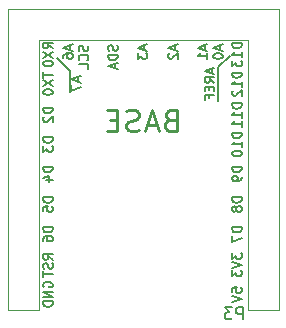
<source format=gbr>
G04 #@! TF.FileFunction,Legend,Bot*
%FSLAX46Y46*%
G04 Gerber Fmt 4.6, Leading zero omitted, Abs format (unit mm)*
G04 Created by KiCad (PCBNEW 4.0.6) date 07/30/17 19:43:23*
%MOMM*%
%LPD*%
G01*
G04 APERTURE LIST*
%ADD10C,0.100000*%
%ADD11C,0.250000*%
%ADD12C,0.150000*%
%ADD13C,0.120000*%
G04 APERTURE END LIST*
D10*
D11*
X153685286Y-73406429D02*
X153428143Y-73492143D01*
X153342428Y-73577857D01*
X153256714Y-73749286D01*
X153256714Y-74006429D01*
X153342428Y-74177857D01*
X153428143Y-74263571D01*
X153599571Y-74349286D01*
X154285286Y-74349286D01*
X154285286Y-72549286D01*
X153685286Y-72549286D01*
X153513857Y-72635000D01*
X153428143Y-72720714D01*
X153342428Y-72892143D01*
X153342428Y-73063571D01*
X153428143Y-73235000D01*
X153513857Y-73320714D01*
X153685286Y-73406429D01*
X154285286Y-73406429D01*
X152571000Y-73835000D02*
X151713857Y-73835000D01*
X152742428Y-74349286D02*
X152142428Y-72549286D01*
X151542428Y-74349286D01*
X151028143Y-74263571D02*
X150771000Y-74349286D01*
X150342429Y-74349286D01*
X150171000Y-74263571D01*
X150085286Y-74177857D01*
X149999571Y-74006429D01*
X149999571Y-73835000D01*
X150085286Y-73663571D01*
X150171000Y-73577857D01*
X150342429Y-73492143D01*
X150685286Y-73406429D01*
X150856714Y-73320714D01*
X150942429Y-73235000D01*
X151028143Y-73063571D01*
X151028143Y-72892143D01*
X150942429Y-72720714D01*
X150856714Y-72635000D01*
X150685286Y-72549286D01*
X150256714Y-72549286D01*
X149999571Y-72635000D01*
X149228143Y-73406429D02*
X148628143Y-73406429D01*
X148371000Y-74349286D02*
X149228143Y-74349286D01*
X149228143Y-72549286D01*
X148371000Y-72549286D01*
D12*
X145181000Y-69265000D02*
X144081000Y-68165000D01*
X145181000Y-69265000D02*
X145181000Y-71065000D01*
X158781000Y-67965000D02*
X157781000Y-68965000D01*
X157781000Y-68965000D02*
X157781000Y-71765000D01*
D13*
X139931000Y-89495000D02*
X139931000Y-63975000D01*
X139931000Y-63975000D02*
X162911000Y-63975000D01*
X162911000Y-89495000D02*
X162911000Y-63975000D01*
X160251000Y-89495000D02*
X160251000Y-66635000D01*
X160251000Y-66635000D02*
X142591000Y-66635000D01*
X142591000Y-89495000D02*
X142591000Y-66635000D01*
X142591000Y-89495000D02*
X142591000Y-82685000D01*
X162911000Y-89495000D02*
X160251000Y-89495000D01*
X139931000Y-89495000D02*
X142591000Y-89495000D01*
X162911000Y-67845000D02*
X162911000Y-66515000D01*
D12*
X159839095Y-90287381D02*
X159839095Y-89287381D01*
X159458142Y-89287381D01*
X159362904Y-89335000D01*
X159315285Y-89382619D01*
X159267666Y-89477857D01*
X159267666Y-89620714D01*
X159315285Y-89715952D01*
X159362904Y-89763571D01*
X159458142Y-89811190D01*
X159839095Y-89811190D01*
X158934333Y-89287381D02*
X158315285Y-89287381D01*
X158648619Y-89668333D01*
X158505761Y-89668333D01*
X158410523Y-89715952D01*
X158362904Y-89763571D01*
X158315285Y-89858810D01*
X158315285Y-90096905D01*
X158362904Y-90192143D01*
X158410523Y-90239762D01*
X158505761Y-90287381D01*
X158791476Y-90287381D01*
X158886714Y-90239762D01*
X158934333Y-90192143D01*
X145914333Y-69793572D02*
X145914333Y-70174524D01*
X146142905Y-69717381D02*
X145342905Y-69984048D01*
X146142905Y-70250715D01*
X145342905Y-70441191D02*
X145342905Y-70974524D01*
X146142905Y-70631667D01*
X157214333Y-69069762D02*
X157214333Y-69450714D01*
X157442905Y-68993571D02*
X156642905Y-69260238D01*
X157442905Y-69526905D01*
X157442905Y-70250714D02*
X157061952Y-69984047D01*
X157442905Y-69793571D02*
X156642905Y-69793571D01*
X156642905Y-70098333D01*
X156681000Y-70174524D01*
X156719095Y-70212619D01*
X156795286Y-70250714D01*
X156909571Y-70250714D01*
X156985762Y-70212619D01*
X157023857Y-70174524D01*
X157061952Y-70098333D01*
X157061952Y-69793571D01*
X157023857Y-70593571D02*
X157023857Y-70860238D01*
X157442905Y-70974524D02*
X157442905Y-70593571D01*
X156642905Y-70593571D01*
X156642905Y-70974524D01*
X157023857Y-71584048D02*
X157023857Y-71317381D01*
X157442905Y-71317381D02*
X156642905Y-71317381D01*
X156642905Y-71698334D01*
X142981000Y-87555477D02*
X142942905Y-87479286D01*
X142942905Y-87365001D01*
X142981000Y-87250715D01*
X143057190Y-87174524D01*
X143133381Y-87136429D01*
X143285762Y-87098334D01*
X143400048Y-87098334D01*
X143552429Y-87136429D01*
X143628619Y-87174524D01*
X143704810Y-87250715D01*
X143742905Y-87365001D01*
X143742905Y-87441191D01*
X143704810Y-87555477D01*
X143666714Y-87593572D01*
X143400048Y-87593572D01*
X143400048Y-87441191D01*
X143742905Y-87936429D02*
X142942905Y-87936429D01*
X143742905Y-88393572D01*
X142942905Y-88393572D01*
X143742905Y-88774524D02*
X142942905Y-88774524D01*
X142942905Y-88965000D01*
X142981000Y-89079286D01*
X143057190Y-89155477D01*
X143133381Y-89193572D01*
X143285762Y-89231667D01*
X143400048Y-89231667D01*
X143552429Y-89193572D01*
X143628619Y-89155477D01*
X143704810Y-89079286D01*
X143742905Y-88965000D01*
X143742905Y-88774524D01*
X143742905Y-85226905D02*
X143361952Y-84960238D01*
X143742905Y-84769762D02*
X142942905Y-84769762D01*
X142942905Y-85074524D01*
X142981000Y-85150715D01*
X143019095Y-85188810D01*
X143095286Y-85226905D01*
X143209571Y-85226905D01*
X143285762Y-85188810D01*
X143323857Y-85150715D01*
X143361952Y-85074524D01*
X143361952Y-84769762D01*
X143704810Y-85531667D02*
X143742905Y-85645953D01*
X143742905Y-85836429D01*
X143704810Y-85912619D01*
X143666714Y-85950715D01*
X143590524Y-85988810D01*
X143514333Y-85988810D01*
X143438143Y-85950715D01*
X143400048Y-85912619D01*
X143361952Y-85836429D01*
X143323857Y-85684048D01*
X143285762Y-85607857D01*
X143247667Y-85569762D01*
X143171476Y-85531667D01*
X143095286Y-85531667D01*
X143019095Y-85569762D01*
X142981000Y-85607857D01*
X142942905Y-85684048D01*
X142942905Y-85874524D01*
X142981000Y-85988810D01*
X142942905Y-86217381D02*
X142942905Y-86674524D01*
X143742905Y-86445953D02*
X142942905Y-86445953D01*
X143742905Y-82474524D02*
X142942905Y-82474524D01*
X142942905Y-82665000D01*
X142981000Y-82779286D01*
X143057190Y-82855477D01*
X143133381Y-82893572D01*
X143285762Y-82931667D01*
X143400048Y-82931667D01*
X143552429Y-82893572D01*
X143628619Y-82855477D01*
X143704810Y-82779286D01*
X143742905Y-82665000D01*
X143742905Y-82474524D01*
X142942905Y-83617381D02*
X142942905Y-83465000D01*
X142981000Y-83388810D01*
X143019095Y-83350715D01*
X143133381Y-83274524D01*
X143285762Y-83236429D01*
X143590524Y-83236429D01*
X143666714Y-83274524D01*
X143704810Y-83312619D01*
X143742905Y-83388810D01*
X143742905Y-83541191D01*
X143704810Y-83617381D01*
X143666714Y-83655477D01*
X143590524Y-83693572D01*
X143400048Y-83693572D01*
X143323857Y-83655477D01*
X143285762Y-83617381D01*
X143247667Y-83541191D01*
X143247667Y-83388810D01*
X143285762Y-83312619D01*
X143323857Y-83274524D01*
X143400048Y-83236429D01*
X143742905Y-79974524D02*
X142942905Y-79974524D01*
X142942905Y-80165000D01*
X142981000Y-80279286D01*
X143057190Y-80355477D01*
X143133381Y-80393572D01*
X143285762Y-80431667D01*
X143400048Y-80431667D01*
X143552429Y-80393572D01*
X143628619Y-80355477D01*
X143704810Y-80279286D01*
X143742905Y-80165000D01*
X143742905Y-79974524D01*
X142942905Y-81155477D02*
X142942905Y-80774524D01*
X143323857Y-80736429D01*
X143285762Y-80774524D01*
X143247667Y-80850715D01*
X143247667Y-81041191D01*
X143285762Y-81117381D01*
X143323857Y-81155477D01*
X143400048Y-81193572D01*
X143590524Y-81193572D01*
X143666714Y-81155477D01*
X143704810Y-81117381D01*
X143742905Y-81041191D01*
X143742905Y-80850715D01*
X143704810Y-80774524D01*
X143666714Y-80736429D01*
X143742905Y-77374524D02*
X142942905Y-77374524D01*
X142942905Y-77565000D01*
X142981000Y-77679286D01*
X143057190Y-77755477D01*
X143133381Y-77793572D01*
X143285762Y-77831667D01*
X143400048Y-77831667D01*
X143552429Y-77793572D01*
X143628619Y-77755477D01*
X143704810Y-77679286D01*
X143742905Y-77565000D01*
X143742905Y-77374524D01*
X143209571Y-78517381D02*
X143742905Y-78517381D01*
X142904810Y-78326905D02*
X143476238Y-78136429D01*
X143476238Y-78631667D01*
X143742905Y-74874524D02*
X142942905Y-74874524D01*
X142942905Y-75065000D01*
X142981000Y-75179286D01*
X143057190Y-75255477D01*
X143133381Y-75293572D01*
X143285762Y-75331667D01*
X143400048Y-75331667D01*
X143552429Y-75293572D01*
X143628619Y-75255477D01*
X143704810Y-75179286D01*
X143742905Y-75065000D01*
X143742905Y-74874524D01*
X142942905Y-75598334D02*
X142942905Y-76093572D01*
X143247667Y-75826905D01*
X143247667Y-75941191D01*
X143285762Y-76017381D01*
X143323857Y-76055477D01*
X143400048Y-76093572D01*
X143590524Y-76093572D01*
X143666714Y-76055477D01*
X143704810Y-76017381D01*
X143742905Y-75941191D01*
X143742905Y-75712619D01*
X143704810Y-75636429D01*
X143666714Y-75598334D01*
X143742905Y-72374524D02*
X142942905Y-72374524D01*
X142942905Y-72565000D01*
X142981000Y-72679286D01*
X143057190Y-72755477D01*
X143133381Y-72793572D01*
X143285762Y-72831667D01*
X143400048Y-72831667D01*
X143552429Y-72793572D01*
X143628619Y-72755477D01*
X143704810Y-72679286D01*
X143742905Y-72565000D01*
X143742905Y-72374524D01*
X143019095Y-73136429D02*
X142981000Y-73174524D01*
X142942905Y-73250715D01*
X142942905Y-73441191D01*
X142981000Y-73517381D01*
X143019095Y-73555477D01*
X143095286Y-73593572D01*
X143171476Y-73593572D01*
X143285762Y-73555477D01*
X143742905Y-73098334D01*
X143742905Y-73593572D01*
X142942905Y-69374523D02*
X142942905Y-69831666D01*
X143742905Y-69603095D02*
X142942905Y-69603095D01*
X142942905Y-70022143D02*
X143742905Y-70555476D01*
X142942905Y-70555476D02*
X143742905Y-70022143D01*
X142942905Y-71012619D02*
X142942905Y-71088810D01*
X142981000Y-71165000D01*
X143019095Y-71203095D01*
X143095286Y-71241191D01*
X143247667Y-71279286D01*
X143438143Y-71279286D01*
X143590524Y-71241191D01*
X143666714Y-71203095D01*
X143704810Y-71165000D01*
X143742905Y-71088810D01*
X143742905Y-71012619D01*
X143704810Y-70936429D01*
X143666714Y-70898333D01*
X143590524Y-70860238D01*
X143438143Y-70822143D01*
X143247667Y-70822143D01*
X143095286Y-70860238D01*
X143019095Y-70898333D01*
X142981000Y-70936429D01*
X142942905Y-71012619D01*
X143742905Y-67350714D02*
X143361952Y-67084047D01*
X143742905Y-66893571D02*
X142942905Y-66893571D01*
X142942905Y-67198333D01*
X142981000Y-67274524D01*
X143019095Y-67312619D01*
X143095286Y-67350714D01*
X143209571Y-67350714D01*
X143285762Y-67312619D01*
X143323857Y-67274524D01*
X143361952Y-67198333D01*
X143361952Y-66893571D01*
X142942905Y-67617381D02*
X143742905Y-68150714D01*
X142942905Y-68150714D02*
X143742905Y-67617381D01*
X142942905Y-68607857D02*
X142942905Y-68684048D01*
X142981000Y-68760238D01*
X143019095Y-68798333D01*
X143095286Y-68836429D01*
X143247667Y-68874524D01*
X143438143Y-68874524D01*
X143590524Y-68836429D01*
X143666714Y-68798333D01*
X143704810Y-68760238D01*
X143742905Y-68684048D01*
X143742905Y-68607857D01*
X143704810Y-68531667D01*
X143666714Y-68493571D01*
X143590524Y-68455476D01*
X143438143Y-68417381D01*
X143247667Y-68417381D01*
X143095286Y-68455476D01*
X143019095Y-68493571D01*
X142981000Y-68531667D01*
X142942905Y-68607857D01*
X145214333Y-67093572D02*
X145214333Y-67474524D01*
X145442905Y-67017381D02*
X144642905Y-67284048D01*
X145442905Y-67550715D01*
X144642905Y-68160238D02*
X144642905Y-68007857D01*
X144681000Y-67931667D01*
X144719095Y-67893572D01*
X144833381Y-67817381D01*
X144985762Y-67779286D01*
X145290524Y-67779286D01*
X145366714Y-67817381D01*
X145404810Y-67855476D01*
X145442905Y-67931667D01*
X145442905Y-68084048D01*
X145404810Y-68160238D01*
X145366714Y-68198334D01*
X145290524Y-68236429D01*
X145100048Y-68236429D01*
X145023857Y-68198334D01*
X144985762Y-68160238D01*
X144947667Y-68084048D01*
X144947667Y-67931667D01*
X144985762Y-67855476D01*
X145023857Y-67817381D01*
X145100048Y-67779286D01*
X146704810Y-67112619D02*
X146742905Y-67226905D01*
X146742905Y-67417381D01*
X146704810Y-67493571D01*
X146666714Y-67531667D01*
X146590524Y-67569762D01*
X146514333Y-67569762D01*
X146438143Y-67531667D01*
X146400048Y-67493571D01*
X146361952Y-67417381D01*
X146323857Y-67265000D01*
X146285762Y-67188809D01*
X146247667Y-67150714D01*
X146171476Y-67112619D01*
X146095286Y-67112619D01*
X146019095Y-67150714D01*
X145981000Y-67188809D01*
X145942905Y-67265000D01*
X145942905Y-67455476D01*
X145981000Y-67569762D01*
X146666714Y-68369762D02*
X146704810Y-68331667D01*
X146742905Y-68217381D01*
X146742905Y-68141191D01*
X146704810Y-68026905D01*
X146628619Y-67950714D01*
X146552429Y-67912619D01*
X146400048Y-67874524D01*
X146285762Y-67874524D01*
X146133381Y-67912619D01*
X146057190Y-67950714D01*
X145981000Y-68026905D01*
X145942905Y-68141191D01*
X145942905Y-68217381D01*
X145981000Y-68331667D01*
X146019095Y-68369762D01*
X146742905Y-69093572D02*
X146742905Y-68712619D01*
X145942905Y-68712619D01*
X149204810Y-67093572D02*
X149242905Y-67207858D01*
X149242905Y-67398334D01*
X149204810Y-67474524D01*
X149166714Y-67512620D01*
X149090524Y-67550715D01*
X149014333Y-67550715D01*
X148938143Y-67512620D01*
X148900048Y-67474524D01*
X148861952Y-67398334D01*
X148823857Y-67245953D01*
X148785762Y-67169762D01*
X148747667Y-67131667D01*
X148671476Y-67093572D01*
X148595286Y-67093572D01*
X148519095Y-67131667D01*
X148481000Y-67169762D01*
X148442905Y-67245953D01*
X148442905Y-67436429D01*
X148481000Y-67550715D01*
X149242905Y-67893572D02*
X148442905Y-67893572D01*
X148442905Y-68084048D01*
X148481000Y-68198334D01*
X148557190Y-68274525D01*
X148633381Y-68312620D01*
X148785762Y-68350715D01*
X148900048Y-68350715D01*
X149052429Y-68312620D01*
X149128619Y-68274525D01*
X149204810Y-68198334D01*
X149242905Y-68084048D01*
X149242905Y-67893572D01*
X149014333Y-68655477D02*
X149014333Y-69036429D01*
X149242905Y-68579286D02*
X148442905Y-68845953D01*
X149242905Y-69112620D01*
X151514333Y-67093572D02*
X151514333Y-67474524D01*
X151742905Y-67017381D02*
X150942905Y-67284048D01*
X151742905Y-67550715D01*
X150942905Y-67741191D02*
X150942905Y-68236429D01*
X151247667Y-67969762D01*
X151247667Y-68084048D01*
X151285762Y-68160238D01*
X151323857Y-68198334D01*
X151400048Y-68236429D01*
X151590524Y-68236429D01*
X151666714Y-68198334D01*
X151704810Y-68160238D01*
X151742905Y-68084048D01*
X151742905Y-67855476D01*
X151704810Y-67779286D01*
X151666714Y-67741191D01*
X154114333Y-67093572D02*
X154114333Y-67474524D01*
X154342905Y-67017381D02*
X153542905Y-67284048D01*
X154342905Y-67550715D01*
X153619095Y-67779286D02*
X153581000Y-67817381D01*
X153542905Y-67893572D01*
X153542905Y-68084048D01*
X153581000Y-68160238D01*
X153619095Y-68198334D01*
X153695286Y-68236429D01*
X153771476Y-68236429D01*
X153885762Y-68198334D01*
X154342905Y-67741191D01*
X154342905Y-68236429D01*
X156614333Y-67093572D02*
X156614333Y-67474524D01*
X156842905Y-67017381D02*
X156042905Y-67284048D01*
X156842905Y-67550715D01*
X156842905Y-68236429D02*
X156842905Y-67779286D01*
X156842905Y-68007857D02*
X156042905Y-68007857D01*
X156157190Y-67931667D01*
X156233381Y-67855476D01*
X156271476Y-67779286D01*
X157914333Y-67093572D02*
X157914333Y-67474524D01*
X158142905Y-67017381D02*
X157342905Y-67284048D01*
X158142905Y-67550715D01*
X157342905Y-67969762D02*
X157342905Y-68045953D01*
X157381000Y-68122143D01*
X157419095Y-68160238D01*
X157495286Y-68198334D01*
X157647667Y-68236429D01*
X157838143Y-68236429D01*
X157990524Y-68198334D01*
X158066714Y-68160238D01*
X158104810Y-68122143D01*
X158142905Y-68045953D01*
X158142905Y-67969762D01*
X158104810Y-67893572D01*
X158066714Y-67855476D01*
X157990524Y-67817381D01*
X157838143Y-67779286D01*
X157647667Y-67779286D01*
X157495286Y-67817381D01*
X157419095Y-67855476D01*
X157381000Y-67893572D01*
X157342905Y-67969762D01*
X159742905Y-66893571D02*
X158942905Y-66893571D01*
X158942905Y-67084047D01*
X158981000Y-67198333D01*
X159057190Y-67274524D01*
X159133381Y-67312619D01*
X159285762Y-67350714D01*
X159400048Y-67350714D01*
X159552429Y-67312619D01*
X159628619Y-67274524D01*
X159704810Y-67198333D01*
X159742905Y-67084047D01*
X159742905Y-66893571D01*
X159742905Y-68112619D02*
X159742905Y-67655476D01*
X159742905Y-67884047D02*
X158942905Y-67884047D01*
X159057190Y-67807857D01*
X159133381Y-67731666D01*
X159171476Y-67655476D01*
X158942905Y-68379286D02*
X158942905Y-68874524D01*
X159247667Y-68607857D01*
X159247667Y-68722143D01*
X159285762Y-68798333D01*
X159323857Y-68836429D01*
X159400048Y-68874524D01*
X159590524Y-68874524D01*
X159666714Y-68836429D01*
X159704810Y-68798333D01*
X159742905Y-68722143D01*
X159742905Y-68493571D01*
X159704810Y-68417381D01*
X159666714Y-68379286D01*
X159742905Y-69393571D02*
X158942905Y-69393571D01*
X158942905Y-69584047D01*
X158981000Y-69698333D01*
X159057190Y-69774524D01*
X159133381Y-69812619D01*
X159285762Y-69850714D01*
X159400048Y-69850714D01*
X159552429Y-69812619D01*
X159628619Y-69774524D01*
X159704810Y-69698333D01*
X159742905Y-69584047D01*
X159742905Y-69393571D01*
X159742905Y-70612619D02*
X159742905Y-70155476D01*
X159742905Y-70384047D02*
X158942905Y-70384047D01*
X159057190Y-70307857D01*
X159133381Y-70231666D01*
X159171476Y-70155476D01*
X159019095Y-70917381D02*
X158981000Y-70955476D01*
X158942905Y-71031667D01*
X158942905Y-71222143D01*
X158981000Y-71298333D01*
X159019095Y-71336429D01*
X159095286Y-71374524D01*
X159171476Y-71374524D01*
X159285762Y-71336429D01*
X159742905Y-70879286D01*
X159742905Y-71374524D01*
X159742905Y-71993571D02*
X158942905Y-71993571D01*
X158942905Y-72184047D01*
X158981000Y-72298333D01*
X159057190Y-72374524D01*
X159133381Y-72412619D01*
X159285762Y-72450714D01*
X159400048Y-72450714D01*
X159552429Y-72412619D01*
X159628619Y-72374524D01*
X159704810Y-72298333D01*
X159742905Y-72184047D01*
X159742905Y-71993571D01*
X159742905Y-73212619D02*
X159742905Y-72755476D01*
X159742905Y-72984047D02*
X158942905Y-72984047D01*
X159057190Y-72907857D01*
X159133381Y-72831666D01*
X159171476Y-72755476D01*
X159742905Y-73974524D02*
X159742905Y-73517381D01*
X159742905Y-73745952D02*
X158942905Y-73745952D01*
X159057190Y-73669762D01*
X159133381Y-73593571D01*
X159171476Y-73517381D01*
X159742905Y-74493571D02*
X158942905Y-74493571D01*
X158942905Y-74684047D01*
X158981000Y-74798333D01*
X159057190Y-74874524D01*
X159133381Y-74912619D01*
X159285762Y-74950714D01*
X159400048Y-74950714D01*
X159552429Y-74912619D01*
X159628619Y-74874524D01*
X159704810Y-74798333D01*
X159742905Y-74684047D01*
X159742905Y-74493571D01*
X159742905Y-75712619D02*
X159742905Y-75255476D01*
X159742905Y-75484047D02*
X158942905Y-75484047D01*
X159057190Y-75407857D01*
X159133381Y-75331666D01*
X159171476Y-75255476D01*
X158942905Y-76207857D02*
X158942905Y-76284048D01*
X158981000Y-76360238D01*
X159019095Y-76398333D01*
X159095286Y-76436429D01*
X159247667Y-76474524D01*
X159438143Y-76474524D01*
X159590524Y-76436429D01*
X159666714Y-76398333D01*
X159704810Y-76360238D01*
X159742905Y-76284048D01*
X159742905Y-76207857D01*
X159704810Y-76131667D01*
X159666714Y-76093571D01*
X159590524Y-76055476D01*
X159438143Y-76017381D01*
X159247667Y-76017381D01*
X159095286Y-76055476D01*
X159019095Y-76093571D01*
X158981000Y-76131667D01*
X158942905Y-76207857D01*
X159742905Y-77374524D02*
X158942905Y-77374524D01*
X158942905Y-77565000D01*
X158981000Y-77679286D01*
X159057190Y-77755477D01*
X159133381Y-77793572D01*
X159285762Y-77831667D01*
X159400048Y-77831667D01*
X159552429Y-77793572D01*
X159628619Y-77755477D01*
X159704810Y-77679286D01*
X159742905Y-77565000D01*
X159742905Y-77374524D01*
X159742905Y-78212619D02*
X159742905Y-78365000D01*
X159704810Y-78441191D01*
X159666714Y-78479286D01*
X159552429Y-78555477D01*
X159400048Y-78593572D01*
X159095286Y-78593572D01*
X159019095Y-78555477D01*
X158981000Y-78517381D01*
X158942905Y-78441191D01*
X158942905Y-78288810D01*
X158981000Y-78212619D01*
X159019095Y-78174524D01*
X159095286Y-78136429D01*
X159285762Y-78136429D01*
X159361952Y-78174524D01*
X159400048Y-78212619D01*
X159438143Y-78288810D01*
X159438143Y-78441191D01*
X159400048Y-78517381D01*
X159361952Y-78555477D01*
X159285762Y-78593572D01*
X159742905Y-79974524D02*
X158942905Y-79974524D01*
X158942905Y-80165000D01*
X158981000Y-80279286D01*
X159057190Y-80355477D01*
X159133381Y-80393572D01*
X159285762Y-80431667D01*
X159400048Y-80431667D01*
X159552429Y-80393572D01*
X159628619Y-80355477D01*
X159704810Y-80279286D01*
X159742905Y-80165000D01*
X159742905Y-79974524D01*
X159285762Y-80888810D02*
X159247667Y-80812619D01*
X159209571Y-80774524D01*
X159133381Y-80736429D01*
X159095286Y-80736429D01*
X159019095Y-80774524D01*
X158981000Y-80812619D01*
X158942905Y-80888810D01*
X158942905Y-81041191D01*
X158981000Y-81117381D01*
X159019095Y-81155477D01*
X159095286Y-81193572D01*
X159133381Y-81193572D01*
X159209571Y-81155477D01*
X159247667Y-81117381D01*
X159285762Y-81041191D01*
X159285762Y-80888810D01*
X159323857Y-80812619D01*
X159361952Y-80774524D01*
X159438143Y-80736429D01*
X159590524Y-80736429D01*
X159666714Y-80774524D01*
X159704810Y-80812619D01*
X159742905Y-80888810D01*
X159742905Y-81041191D01*
X159704810Y-81117381D01*
X159666714Y-81155477D01*
X159590524Y-81193572D01*
X159438143Y-81193572D01*
X159361952Y-81155477D01*
X159323857Y-81117381D01*
X159285762Y-81041191D01*
X159742905Y-82474524D02*
X158942905Y-82474524D01*
X158942905Y-82665000D01*
X158981000Y-82779286D01*
X159057190Y-82855477D01*
X159133381Y-82893572D01*
X159285762Y-82931667D01*
X159400048Y-82931667D01*
X159552429Y-82893572D01*
X159628619Y-82855477D01*
X159704810Y-82779286D01*
X159742905Y-82665000D01*
X159742905Y-82474524D01*
X158942905Y-83198334D02*
X158942905Y-83731667D01*
X159742905Y-83388810D01*
X158942905Y-84674524D02*
X158942905Y-85169762D01*
X159247667Y-84903095D01*
X159247667Y-85017381D01*
X159285762Y-85093571D01*
X159323857Y-85131667D01*
X159400048Y-85169762D01*
X159590524Y-85169762D01*
X159666714Y-85131667D01*
X159704810Y-85093571D01*
X159742905Y-85017381D01*
X159742905Y-84788809D01*
X159704810Y-84712619D01*
X159666714Y-84674524D01*
X158942905Y-85398333D02*
X159742905Y-85665000D01*
X158942905Y-85931667D01*
X158942905Y-86122143D02*
X158942905Y-86617381D01*
X159247667Y-86350714D01*
X159247667Y-86465000D01*
X159285762Y-86541190D01*
X159323857Y-86579286D01*
X159400048Y-86617381D01*
X159590524Y-86617381D01*
X159666714Y-86579286D01*
X159704810Y-86541190D01*
X159742905Y-86465000D01*
X159742905Y-86236428D01*
X159704810Y-86160238D01*
X159666714Y-86122143D01*
X158942905Y-88012620D02*
X158942905Y-87631667D01*
X159323857Y-87593572D01*
X159285762Y-87631667D01*
X159247667Y-87707858D01*
X159247667Y-87898334D01*
X159285762Y-87974524D01*
X159323857Y-88012620D01*
X159400048Y-88050715D01*
X159590524Y-88050715D01*
X159666714Y-88012620D01*
X159704810Y-87974524D01*
X159742905Y-87898334D01*
X159742905Y-87707858D01*
X159704810Y-87631667D01*
X159666714Y-87593572D01*
X158942905Y-88279286D02*
X159742905Y-88545953D01*
X158942905Y-88812620D01*
M02*

</source>
